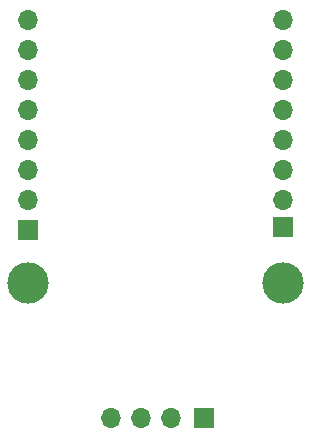
<source format=gbr>
%TF.GenerationSoftware,KiCad,Pcbnew,7.0.7*%
%TF.CreationDate,2023-09-02T13:43:40-04:00*%
%TF.ProjectId,DXBREAKER,44584252-4541-44b4-9552-2e6b69636164,rev?*%
%TF.SameCoordinates,Original*%
%TF.FileFunction,Soldermask,Bot*%
%TF.FilePolarity,Negative*%
%FSLAX46Y46*%
G04 Gerber Fmt 4.6, Leading zero omitted, Abs format (unit mm)*
G04 Created by KiCad (PCBNEW 7.0.7) date 2023-09-02 13:43:40*
%MOMM*%
%LPD*%
G01*
G04 APERTURE LIST*
%ADD10R,1.700000X1.700000*%
%ADD11O,1.700000X1.700000*%
%ADD12C,3.500000*%
G04 APERTURE END LIST*
D10*
%TO.C,Jr1*%
X131074000Y-125705000D03*
D11*
X125740000Y-125705000D03*
X128280000Y-125705000D03*
X123200000Y-125705000D03*
%TD*%
D12*
%TO.C,DX*%
X137795000Y-114300000D03*
%TD*%
%TO.C,hole2*%
X116205000Y-114300000D03*
%TD*%
D10*
%TO.C,J1*%
X116205000Y-109855000D03*
D11*
X116205000Y-107315000D03*
X116205000Y-104775000D03*
X116205000Y-102235000D03*
X116205000Y-99695000D03*
X116205000Y-97155000D03*
X116205000Y-94615000D03*
X116205000Y-92075000D03*
%TD*%
D10*
%TO.C,J2*%
X137795000Y-109601000D03*
D11*
X137795000Y-94615000D03*
X137795000Y-97155000D03*
X137795000Y-99695000D03*
X137795000Y-102235000D03*
X137795000Y-104775000D03*
X137795000Y-107315000D03*
X137795000Y-92075000D03*
%TD*%
M02*

</source>
